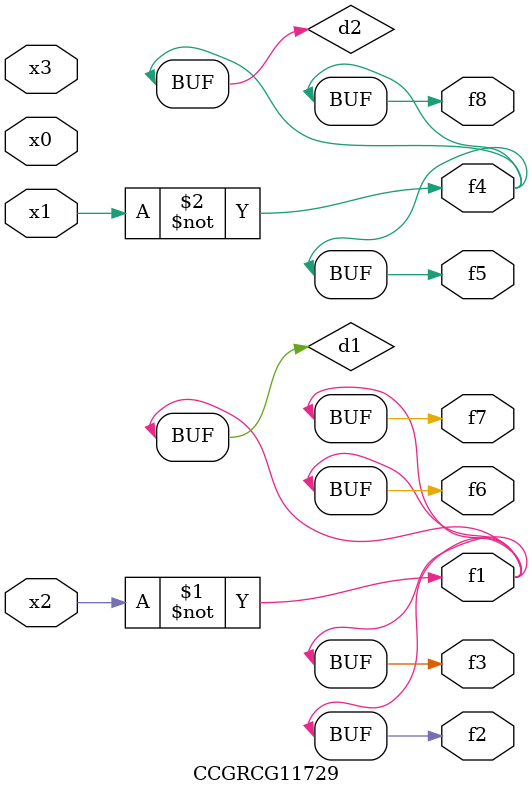
<source format=v>
module CCGRCG11729(
	input x0, x1, x2, x3,
	output f1, f2, f3, f4, f5, f6, f7, f8
);

	wire d1, d2;

	xnor (d1, x2);
	not (d2, x1);
	assign f1 = d1;
	assign f2 = d1;
	assign f3 = d1;
	assign f4 = d2;
	assign f5 = d2;
	assign f6 = d1;
	assign f7 = d1;
	assign f8 = d2;
endmodule

</source>
